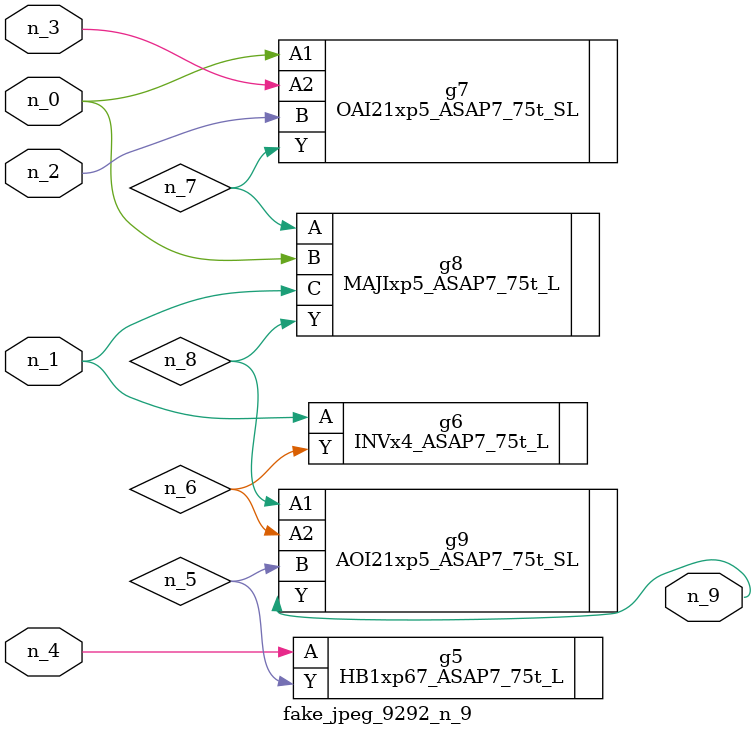
<source format=v>
module fake_jpeg_9292_n_9 (n_3, n_2, n_1, n_0, n_4, n_9);

input n_3;
input n_2;
input n_1;
input n_0;
input n_4;

output n_9;

wire n_8;
wire n_6;
wire n_5;
wire n_7;

HB1xp67_ASAP7_75t_L g5 ( 
.A(n_4),
.Y(n_5)
);

INVx4_ASAP7_75t_L g6 ( 
.A(n_1),
.Y(n_6)
);

OAI21xp5_ASAP7_75t_SL g7 ( 
.A1(n_0),
.A2(n_3),
.B(n_2),
.Y(n_7)
);

MAJIxp5_ASAP7_75t_L g8 ( 
.A(n_7),
.B(n_0),
.C(n_1),
.Y(n_8)
);

AOI21xp5_ASAP7_75t_SL g9 ( 
.A1(n_8),
.A2(n_6),
.B(n_5),
.Y(n_9)
);


endmodule
</source>
